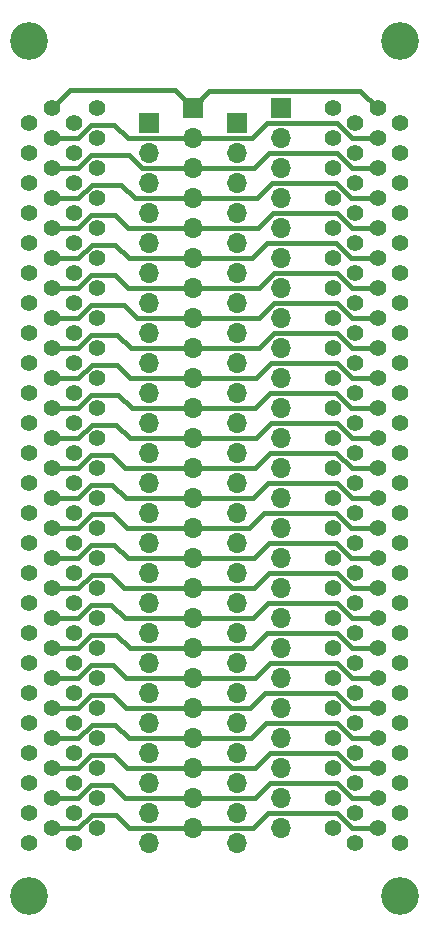
<source format=gbr>
G04 #@! TF.FileFunction,Copper,L2,Inr,Signal*
%FSLAX46Y46*%
G04 Gerber Fmt 4.6, Leading zero omitted, Abs format (unit mm)*
G04 Created by KiCad (PCBNEW 4.0.7-e2-6376~61~ubuntu18.04.1) date Tue Sep  1 21:44:29 2020*
%MOMM*%
%LPD*%
G01*
G04 APERTURE LIST*
%ADD10C,0.100000*%
%ADD11C,1.400000*%
%ADD12C,3.200000*%
%ADD13R,1.700000X1.700000*%
%ADD14O,1.700000X1.700000*%
%ADD15C,0.400000*%
G04 APERTURE END LIST*
D10*
D11*
X190760000Y-128485000D03*
X190760000Y-125945000D03*
X190760000Y-123405000D03*
X190760000Y-120865000D03*
X190760000Y-118325000D03*
X190760000Y-115785000D03*
X190760000Y-113245000D03*
X190760000Y-110705000D03*
X190760000Y-108165000D03*
X190760000Y-105625000D03*
X190760000Y-103085000D03*
X190760000Y-100545000D03*
X190760000Y-98005000D03*
X190760000Y-95465000D03*
X190760000Y-92925000D03*
X190760000Y-90385000D03*
X190760000Y-87845000D03*
X190760000Y-85305000D03*
X190760000Y-82765000D03*
X190760000Y-80225000D03*
X190760000Y-77685000D03*
X190760000Y-75145000D03*
X190760000Y-72605000D03*
X190760000Y-70065000D03*
X190760000Y-67525000D03*
X188855000Y-129755000D03*
X188855000Y-127215000D03*
X188855000Y-124675000D03*
X188855000Y-122135000D03*
X188855000Y-119595000D03*
X188855000Y-117055000D03*
X188855000Y-114515000D03*
X188855000Y-111975000D03*
X188855000Y-109435000D03*
X188855000Y-106895000D03*
X188855000Y-104355000D03*
X188855000Y-101815000D03*
X188855000Y-99275000D03*
X188855000Y-96735000D03*
X188855000Y-94195000D03*
X188855000Y-91655000D03*
X188855000Y-89115000D03*
X188855000Y-86575000D03*
X188855000Y-84035000D03*
X188855000Y-81495000D03*
X188855000Y-78955000D03*
X188855000Y-76415000D03*
X188855000Y-73875000D03*
X188855000Y-71335000D03*
X188855000Y-68795000D03*
X186950000Y-128485000D03*
X186950000Y-125945000D03*
X186950000Y-123405000D03*
X186950000Y-120865000D03*
X186950000Y-118325000D03*
X186950000Y-115785000D03*
X186950000Y-113245000D03*
X186950000Y-110705000D03*
X186950000Y-108165000D03*
X186950000Y-105625000D03*
X186950000Y-103085000D03*
X186950000Y-100545000D03*
X186950000Y-98005000D03*
X186950000Y-95465000D03*
X186950000Y-92925000D03*
X186950000Y-90385000D03*
X186950000Y-87845000D03*
X186950000Y-85305000D03*
X186950000Y-82765000D03*
X186950000Y-80225000D03*
X186950000Y-77685000D03*
X186950000Y-75145000D03*
X186950000Y-72605000D03*
X186950000Y-70065000D03*
X186950000Y-67525000D03*
X192665000Y-129755000D03*
X192665000Y-127215000D03*
X192665000Y-124675000D03*
X192665000Y-122135000D03*
X192665000Y-119595000D03*
X192665000Y-117055000D03*
X192665000Y-114515000D03*
X192665000Y-111975000D03*
X192665000Y-109435000D03*
X192665000Y-106895000D03*
X192665000Y-104355000D03*
X192665000Y-101815000D03*
X192665000Y-99275000D03*
X192665000Y-96735000D03*
X192665000Y-94195000D03*
X192665000Y-91655000D03*
X192665000Y-89115000D03*
X192665000Y-86575000D03*
X192665000Y-84035000D03*
X192665000Y-81495000D03*
X192665000Y-78955000D03*
X192665000Y-76415000D03*
X192665000Y-73875000D03*
X192665000Y-71335000D03*
X192665000Y-68795000D03*
D12*
X192665000Y-61810000D03*
X192665000Y-134200000D03*
D11*
X163140000Y-128485000D03*
X163140000Y-125945000D03*
X163140000Y-123405000D03*
X163140000Y-120865000D03*
X163140000Y-118325000D03*
X163140000Y-115785000D03*
X163140000Y-113245000D03*
X163140000Y-110705000D03*
X163140000Y-108165000D03*
X163140000Y-105625000D03*
X163140000Y-103085000D03*
X163140000Y-100545000D03*
X163140000Y-98005000D03*
X163140000Y-95465000D03*
X163140000Y-92925000D03*
X163140000Y-90385000D03*
X163140000Y-87845000D03*
X163140000Y-85305000D03*
X163140000Y-82765000D03*
X163140000Y-80225000D03*
X163140000Y-77685000D03*
X163140000Y-75145000D03*
X163140000Y-72605000D03*
X163140000Y-70065000D03*
X163140000Y-67525000D03*
X165045000Y-129755000D03*
X165045000Y-127215000D03*
X165045000Y-124675000D03*
X165045000Y-122135000D03*
X165045000Y-119595000D03*
X165045000Y-117055000D03*
X165045000Y-114515000D03*
X165045000Y-111975000D03*
X165045000Y-109435000D03*
X165045000Y-106895000D03*
X165045000Y-104355000D03*
X165045000Y-101815000D03*
X165045000Y-99275000D03*
X165045000Y-96735000D03*
X165045000Y-94195000D03*
X165045000Y-91655000D03*
X165045000Y-89115000D03*
X165045000Y-86575000D03*
X165045000Y-84035000D03*
X165045000Y-81495000D03*
X165045000Y-78955000D03*
X165045000Y-76415000D03*
X165045000Y-73875000D03*
X165045000Y-71335000D03*
X165045000Y-68795000D03*
X166950000Y-128485000D03*
X166950000Y-125945000D03*
X166950000Y-123405000D03*
X166950000Y-120865000D03*
X166950000Y-118325000D03*
X166950000Y-115785000D03*
X166950000Y-113245000D03*
X166950000Y-110705000D03*
X166950000Y-108165000D03*
X166950000Y-105625000D03*
X166950000Y-103085000D03*
X166950000Y-100545000D03*
X166950000Y-98005000D03*
X166950000Y-95465000D03*
X166950000Y-92925000D03*
X166950000Y-90385000D03*
X166950000Y-87845000D03*
X166950000Y-85305000D03*
X166950000Y-82765000D03*
X166950000Y-80225000D03*
X166950000Y-77685000D03*
X166950000Y-75145000D03*
X166950000Y-72605000D03*
X166950000Y-70065000D03*
X166950000Y-67525000D03*
X161235000Y-129755000D03*
X161235000Y-127215000D03*
X161235000Y-124675000D03*
X161235000Y-122135000D03*
X161235000Y-119595000D03*
X161235000Y-117055000D03*
X161235000Y-114515000D03*
X161235000Y-111975000D03*
X161235000Y-109435000D03*
X161235000Y-106895000D03*
X161235000Y-104355000D03*
X161235000Y-101815000D03*
X161235000Y-99275000D03*
X161235000Y-96735000D03*
X161235000Y-94195000D03*
X161235000Y-91655000D03*
X161235000Y-89115000D03*
X161235000Y-86575000D03*
X161235000Y-84035000D03*
X161235000Y-81495000D03*
X161235000Y-78955000D03*
X161235000Y-76415000D03*
X161235000Y-73875000D03*
X161235000Y-71335000D03*
X161235000Y-68795000D03*
D12*
X161235000Y-61810000D03*
X161235000Y-134200000D03*
D13*
X175075000Y-67525000D03*
D14*
X175075000Y-70065000D03*
X175075000Y-72605000D03*
X175075000Y-75145000D03*
X175075000Y-77685000D03*
X175075000Y-80225000D03*
X175075000Y-82765000D03*
X175075000Y-85305000D03*
X175075000Y-87845000D03*
X175075000Y-90385000D03*
X175075000Y-92925000D03*
X175075000Y-95465000D03*
X175075000Y-98005000D03*
X175075000Y-100545000D03*
X175075000Y-103085000D03*
X175075000Y-105625000D03*
X175075000Y-108165000D03*
X175075000Y-110705000D03*
X175075000Y-113245000D03*
X175075000Y-115785000D03*
X175075000Y-118325000D03*
X175075000Y-120865000D03*
X175075000Y-123405000D03*
X175075000Y-125945000D03*
X175075000Y-128485000D03*
D13*
X182525000Y-67525000D03*
D14*
X182525000Y-70065000D03*
X182525000Y-72605000D03*
X182525000Y-75145000D03*
X182525000Y-77685000D03*
X182525000Y-80225000D03*
X182525000Y-82765000D03*
X182525000Y-85305000D03*
X182525000Y-87845000D03*
X182525000Y-90385000D03*
X182525000Y-92925000D03*
X182525000Y-95465000D03*
X182525000Y-98005000D03*
X182525000Y-100545000D03*
X182525000Y-103085000D03*
X182525000Y-105625000D03*
X182525000Y-108165000D03*
X182525000Y-110705000D03*
X182525000Y-113245000D03*
X182525000Y-115785000D03*
X182525000Y-118325000D03*
X182525000Y-120865000D03*
X182525000Y-123405000D03*
X182525000Y-125945000D03*
X182525000Y-128485000D03*
D13*
X171350000Y-68800000D03*
D14*
X171350000Y-71340000D03*
X171350000Y-73880000D03*
X171350000Y-76420000D03*
X171350000Y-78960000D03*
X171350000Y-81500000D03*
X171350000Y-84040000D03*
X171350000Y-86580000D03*
X171350000Y-89120000D03*
X171350000Y-91660000D03*
X171350000Y-94200000D03*
X171350000Y-96740000D03*
X171350000Y-99280000D03*
X171350000Y-101820000D03*
X171350000Y-104360000D03*
X171350000Y-106900000D03*
X171350000Y-109440000D03*
X171350000Y-111980000D03*
X171350000Y-114520000D03*
X171350000Y-117060000D03*
X171350000Y-119600000D03*
X171350000Y-122140000D03*
X171350000Y-124680000D03*
X171350000Y-127220000D03*
X171350000Y-129760000D03*
D13*
X178800000Y-68800000D03*
D14*
X178800000Y-71340000D03*
X178800000Y-73880000D03*
X178800000Y-76420000D03*
X178800000Y-78960000D03*
X178800000Y-81500000D03*
X178800000Y-84040000D03*
X178800000Y-86580000D03*
X178800000Y-89120000D03*
X178800000Y-91660000D03*
X178800000Y-94200000D03*
X178800000Y-96740000D03*
X178800000Y-99280000D03*
X178800000Y-101820000D03*
X178800000Y-104360000D03*
X178800000Y-106900000D03*
X178800000Y-109440000D03*
X178800000Y-111980000D03*
X178800000Y-114520000D03*
X178800000Y-117060000D03*
X178800000Y-119600000D03*
X178800000Y-122140000D03*
X178800000Y-124680000D03*
X178800000Y-127220000D03*
X178800000Y-129760000D03*
D15*
X175075000Y-128485000D02*
X180165000Y-128485000D01*
X188560000Y-128485000D02*
X190760000Y-128485000D01*
X187275000Y-127200000D02*
X188560000Y-128485000D01*
X181450000Y-127200000D02*
X187275000Y-127200000D01*
X180165000Y-128485000D02*
X181450000Y-127200000D01*
X163140000Y-128485000D02*
X165365000Y-128485000D01*
X169710000Y-128485000D02*
X175075000Y-128485000D01*
X168550000Y-127325000D02*
X169710000Y-128485000D01*
X166525000Y-127325000D02*
X168550000Y-127325000D01*
X165365000Y-128485000D02*
X166525000Y-127325000D01*
X175075000Y-125945000D02*
X180330000Y-125945000D01*
X188545000Y-125945000D02*
X190760000Y-125945000D01*
X187275000Y-124675000D02*
X188545000Y-125945000D01*
X181600000Y-124675000D02*
X187275000Y-124675000D01*
X180330000Y-125945000D02*
X181600000Y-124675000D01*
X163140000Y-125945000D02*
X165355000Y-125945000D01*
X169370000Y-125945000D02*
X175075000Y-125945000D01*
X168225000Y-124800000D02*
X169370000Y-125945000D01*
X166500000Y-124800000D02*
X168225000Y-124800000D01*
X165355000Y-125945000D02*
X166500000Y-124800000D01*
X175075000Y-123405000D02*
X180345000Y-123405000D01*
X188555000Y-123405000D02*
X190760000Y-123405000D01*
X187275000Y-122125000D02*
X188555000Y-123405000D01*
X181625000Y-122125000D02*
X187275000Y-122125000D01*
X180345000Y-123405000D02*
X181625000Y-122125000D01*
X163140000Y-123405000D02*
X165370000Y-123405000D01*
X169530000Y-123405000D02*
X175075000Y-123405000D01*
X168400000Y-122275000D02*
X169530000Y-123405000D01*
X166500000Y-122275000D02*
X168400000Y-122275000D01*
X165370000Y-123405000D02*
X166500000Y-122275000D01*
X175075000Y-120865000D02*
X180035000Y-120865000D01*
X188540000Y-120865000D02*
X190760000Y-120865000D01*
X187275000Y-119600000D02*
X188540000Y-120865000D01*
X181300000Y-119600000D02*
X187275000Y-119600000D01*
X180035000Y-120865000D02*
X181300000Y-119600000D01*
X163140000Y-120865000D02*
X165385000Y-120865000D01*
X169665000Y-120865000D02*
X175075000Y-120865000D01*
X168525000Y-119725000D02*
X169665000Y-120865000D01*
X166525000Y-119725000D02*
X168525000Y-119725000D01*
X165385000Y-120865000D02*
X166525000Y-119725000D01*
X175075000Y-118325000D02*
X179925000Y-118325000D01*
X188525000Y-118325000D02*
X190760000Y-118325000D01*
X187250000Y-117050000D02*
X188525000Y-118325000D01*
X181200000Y-117050000D02*
X187250000Y-117050000D01*
X179925000Y-118325000D02*
X181200000Y-117050000D01*
X163140000Y-118325000D02*
X165375000Y-118325000D01*
X169425000Y-118325000D02*
X175075000Y-118325000D01*
X168300000Y-117200000D02*
X169425000Y-118325000D01*
X166500000Y-117200000D02*
X168300000Y-117200000D01*
X165375000Y-118325000D02*
X166500000Y-117200000D01*
X175075000Y-115785000D02*
X180365000Y-115785000D01*
X188560000Y-115785000D02*
X190760000Y-115785000D01*
X187275000Y-114500000D02*
X188560000Y-115785000D01*
X181650000Y-114500000D02*
X187275000Y-114500000D01*
X180365000Y-115785000D02*
X181650000Y-114500000D01*
X163140000Y-115785000D02*
X165365000Y-115785000D01*
X169460000Y-115785000D02*
X175075000Y-115785000D01*
X168325000Y-114650000D02*
X169460000Y-115785000D01*
X166500000Y-114650000D02*
X168325000Y-114650000D01*
X165365000Y-115785000D02*
X166500000Y-114650000D01*
X175075000Y-113245000D02*
X180130000Y-113245000D01*
X188545000Y-113245000D02*
X190760000Y-113245000D01*
X187275000Y-111975000D02*
X188545000Y-113245000D01*
X181400000Y-111975000D02*
X187275000Y-111975000D01*
X180130000Y-113245000D02*
X181400000Y-111975000D01*
X163140000Y-113245000D02*
X165355000Y-113245000D01*
X169745000Y-113245000D02*
X175075000Y-113245000D01*
X168625000Y-112125000D02*
X169745000Y-113245000D01*
X166475000Y-112125000D02*
X168625000Y-112125000D01*
X165355000Y-113245000D02*
X166475000Y-112125000D01*
X175075000Y-110705000D02*
X180220000Y-110705000D01*
X188530000Y-110705000D02*
X190760000Y-110705000D01*
X187275000Y-109450000D02*
X188530000Y-110705000D01*
X181475000Y-109450000D02*
X187275000Y-109450000D01*
X180220000Y-110705000D02*
X181475000Y-109450000D01*
X163140000Y-110705000D02*
X165345000Y-110705000D01*
X169330000Y-110705000D02*
X175075000Y-110705000D01*
X168200000Y-109575000D02*
X169330000Y-110705000D01*
X166475000Y-109575000D02*
X168200000Y-109575000D01*
X165345000Y-110705000D02*
X166475000Y-109575000D01*
X175075000Y-108165000D02*
X180285000Y-108165000D01*
X188540000Y-108165000D02*
X190760000Y-108165000D01*
X187275000Y-106900000D02*
X188540000Y-108165000D01*
X181550000Y-106900000D02*
X187275000Y-106900000D01*
X180285000Y-108165000D02*
X181550000Y-106900000D01*
X163140000Y-108165000D02*
X165385000Y-108165000D01*
X169265000Y-108165000D02*
X175075000Y-108165000D01*
X168125000Y-107025000D02*
X169265000Y-108165000D01*
X166525000Y-107025000D02*
X168125000Y-107025000D01*
X165385000Y-108165000D02*
X166525000Y-107025000D01*
X175075000Y-105625000D02*
X180250000Y-105625000D01*
X188525000Y-105625000D02*
X190760000Y-105625000D01*
X187250000Y-104350000D02*
X188525000Y-105625000D01*
X181525000Y-104350000D02*
X187250000Y-104350000D01*
X180250000Y-105625000D02*
X181525000Y-104350000D01*
X163140000Y-105625000D02*
X165375000Y-105625000D01*
X169575000Y-105625000D02*
X175075000Y-105625000D01*
X168450000Y-104500000D02*
X169575000Y-105625000D01*
X166500000Y-104500000D02*
X168450000Y-104500000D01*
X165375000Y-105625000D02*
X166500000Y-104500000D01*
X175075000Y-103085000D02*
X179890000Y-103085000D01*
X188510000Y-103085000D02*
X190760000Y-103085000D01*
X187250000Y-101825000D02*
X188510000Y-103085000D01*
X181150000Y-101825000D02*
X187250000Y-101825000D01*
X179890000Y-103085000D02*
X181150000Y-101825000D01*
X163140000Y-103085000D02*
X165365000Y-103085000D01*
X169560000Y-103085000D02*
X175075000Y-103085000D01*
X168350000Y-101875000D02*
X169560000Y-103085000D01*
X166575000Y-101875000D02*
X168350000Y-101875000D01*
X165365000Y-103085000D02*
X166575000Y-101875000D01*
X175075000Y-100545000D02*
X180180000Y-100545000D01*
X188545000Y-100545000D02*
X190760000Y-100545000D01*
X187275000Y-99275000D02*
X188545000Y-100545000D01*
X181450000Y-99275000D02*
X187275000Y-99275000D01*
X180180000Y-100545000D02*
X181450000Y-99275000D01*
X163140000Y-100545000D02*
X165355000Y-100545000D01*
X169420000Y-100545000D02*
X175075000Y-100545000D01*
X168275000Y-99400000D02*
X169420000Y-100545000D01*
X166500000Y-99400000D02*
X168275000Y-99400000D01*
X165355000Y-100545000D02*
X166500000Y-99400000D01*
X175075000Y-98005000D02*
X180345000Y-98005000D01*
X188530000Y-98005000D02*
X190760000Y-98005000D01*
X187250000Y-96725000D02*
X188530000Y-98005000D01*
X181625000Y-96725000D02*
X187250000Y-96725000D01*
X180345000Y-98005000D02*
X181625000Y-96725000D01*
X163140000Y-98005000D02*
X165370000Y-98005000D01*
X169330000Y-98005000D02*
X175075000Y-98005000D01*
X168225000Y-96900000D02*
X169330000Y-98005000D01*
X166475000Y-96900000D02*
X168225000Y-96900000D01*
X165370000Y-98005000D02*
X166475000Y-96900000D01*
X175075000Y-95465000D02*
X180460000Y-95465000D01*
X188540000Y-95465000D02*
X190760000Y-95465000D01*
X187275000Y-94200000D02*
X188540000Y-95465000D01*
X181725000Y-94200000D02*
X187275000Y-94200000D01*
X180460000Y-95465000D02*
X181725000Y-94200000D01*
X163140000Y-95465000D02*
X165385000Y-95465000D01*
X169790000Y-95465000D02*
X175075000Y-95465000D01*
X168625000Y-94300000D02*
X169790000Y-95465000D01*
X166550000Y-94300000D02*
X168625000Y-94300000D01*
X165385000Y-95465000D02*
X166550000Y-94300000D01*
X175075000Y-92925000D02*
X180375000Y-92925000D01*
X188525000Y-92925000D02*
X190760000Y-92925000D01*
X187250000Y-91650000D02*
X188525000Y-92925000D01*
X181650000Y-91650000D02*
X187250000Y-91650000D01*
X180375000Y-92925000D02*
X181650000Y-91650000D01*
X163140000Y-92925000D02*
X165350000Y-92925000D01*
X169925000Y-92925000D02*
X175075000Y-92925000D01*
X168800000Y-91800000D02*
X169925000Y-92925000D01*
X166475000Y-91800000D02*
X168800000Y-91800000D01*
X165350000Y-92925000D02*
X166475000Y-91800000D01*
X175075000Y-90385000D02*
X180440000Y-90385000D01*
X188560000Y-90385000D02*
X190760000Y-90385000D01*
X187275000Y-89100000D02*
X188560000Y-90385000D01*
X181725000Y-89100000D02*
X187275000Y-89100000D01*
X180440000Y-90385000D02*
X181725000Y-89100000D01*
X163140000Y-90385000D02*
X165390000Y-90385000D01*
X169810000Y-90385000D02*
X175075000Y-90385000D01*
X168675000Y-89250000D02*
X169810000Y-90385000D01*
X166525000Y-89250000D02*
X168675000Y-89250000D01*
X165390000Y-90385000D02*
X166525000Y-89250000D01*
X175075000Y-87845000D02*
X180730000Y-87845000D01*
X188545000Y-87845000D02*
X190760000Y-87845000D01*
X187275000Y-86575000D02*
X188545000Y-87845000D01*
X182000000Y-86575000D02*
X187275000Y-86575000D01*
X180730000Y-87845000D02*
X182000000Y-86575000D01*
X163140000Y-87845000D02*
X165355000Y-87845000D01*
X169820000Y-87845000D02*
X175075000Y-87845000D01*
X168675000Y-86700000D02*
X169820000Y-87845000D01*
X166500000Y-86700000D02*
X168675000Y-86700000D01*
X165355000Y-87845000D02*
X166500000Y-86700000D01*
X175075000Y-85305000D02*
X180720000Y-85305000D01*
X188555000Y-85305000D02*
X190760000Y-85305000D01*
X187300000Y-84050000D02*
X188555000Y-85305000D01*
X181975000Y-84050000D02*
X187300000Y-84050000D01*
X180720000Y-85305000D02*
X181975000Y-84050000D01*
X163140000Y-85305000D02*
X165370000Y-85305000D01*
X170405000Y-85305000D02*
X175075000Y-85305000D01*
X169300000Y-84200000D02*
X170405000Y-85305000D01*
X166475000Y-84200000D02*
X169300000Y-84200000D01*
X165370000Y-85305000D02*
X166475000Y-84200000D01*
X175075000Y-82765000D02*
X180685000Y-82765000D01*
X188540000Y-82765000D02*
X190760000Y-82765000D01*
X187275000Y-81500000D02*
X188540000Y-82765000D01*
X181950000Y-81500000D02*
X187275000Y-81500000D01*
X180685000Y-82765000D02*
X181950000Y-81500000D01*
X163140000Y-82765000D02*
X165385000Y-82765000D01*
X169615000Y-82765000D02*
X175075000Y-82765000D01*
X168500000Y-81650000D02*
X169615000Y-82765000D01*
X166500000Y-81650000D02*
X168500000Y-81650000D01*
X165385000Y-82765000D02*
X166500000Y-81650000D01*
X175075000Y-80225000D02*
X180075000Y-80225000D01*
X188525000Y-80225000D02*
X190760000Y-80225000D01*
X187250000Y-78950000D02*
X188525000Y-80225000D01*
X181350000Y-78950000D02*
X187250000Y-78950000D01*
X180075000Y-80225000D02*
X181350000Y-78950000D01*
X163140000Y-80225000D02*
X165375000Y-80225000D01*
X169650000Y-80225000D02*
X175075000Y-80225000D01*
X168500000Y-79075000D02*
X169650000Y-80225000D01*
X166525000Y-79075000D02*
X168500000Y-79075000D01*
X165375000Y-80225000D02*
X166525000Y-79075000D01*
X175075000Y-77685000D02*
X180590000Y-77685000D01*
X188560000Y-77685000D02*
X190760000Y-77685000D01*
X187275000Y-76400000D02*
X188560000Y-77685000D01*
X181875000Y-76400000D02*
X187275000Y-76400000D01*
X180590000Y-77685000D02*
X181875000Y-76400000D01*
X163140000Y-77685000D02*
X165390000Y-77685000D01*
X169610000Y-77685000D02*
X175075000Y-77685000D01*
X168500000Y-76575000D02*
X169610000Y-77685000D01*
X166500000Y-76575000D02*
X168500000Y-76575000D01*
X165390000Y-77685000D02*
X166500000Y-76575000D01*
X175075000Y-75145000D02*
X180505000Y-75145000D01*
X188520000Y-75145000D02*
X190760000Y-75145000D01*
X187250000Y-73875000D02*
X188520000Y-75145000D01*
X181775000Y-73875000D02*
X187250000Y-73875000D01*
X180505000Y-75145000D02*
X181775000Y-73875000D01*
X163140000Y-75145000D02*
X165380000Y-75145000D01*
X170195000Y-75145000D02*
X175075000Y-75145000D01*
X169050000Y-74000000D02*
X170195000Y-75145000D01*
X166525000Y-74000000D02*
X169050000Y-74000000D01*
X165380000Y-75145000D02*
X166525000Y-74000000D01*
X175075000Y-72605000D02*
X180270000Y-72605000D01*
X188530000Y-72605000D02*
X190760000Y-72605000D01*
X187275000Y-71350000D02*
X188530000Y-72605000D01*
X181525000Y-71350000D02*
X187275000Y-71350000D01*
X180270000Y-72605000D02*
X181525000Y-71350000D01*
X163140000Y-72605000D02*
X165345000Y-72605000D01*
X170780000Y-72605000D02*
X175075000Y-72605000D01*
X169650000Y-71475000D02*
X170780000Y-72605000D01*
X166475000Y-71475000D02*
X169650000Y-71475000D01*
X165345000Y-72605000D02*
X166475000Y-71475000D01*
X175075000Y-70065000D02*
X180085000Y-70065000D01*
X188540000Y-70065000D02*
X190760000Y-70065000D01*
X187275000Y-68800000D02*
X188540000Y-70065000D01*
X181350000Y-68800000D02*
X187275000Y-68800000D01*
X180085000Y-70065000D02*
X181350000Y-68800000D01*
X163140000Y-70065000D02*
X165360000Y-70065000D01*
X169590000Y-70065000D02*
X175075000Y-70065000D01*
X168450000Y-68925000D02*
X169590000Y-70065000D01*
X166500000Y-68925000D02*
X168450000Y-68925000D01*
X165360000Y-70065000D02*
X166500000Y-68925000D01*
X175075000Y-67500000D02*
X175075000Y-67475000D01*
X175075000Y-67475000D02*
X176500000Y-66050000D01*
X189285000Y-66050000D02*
X190760000Y-67525000D01*
X176500000Y-66050000D02*
X189285000Y-66050000D01*
X163140000Y-67525000D02*
X163150000Y-67525000D01*
X163150000Y-67525000D02*
X164675000Y-66000000D01*
X164675000Y-66000000D02*
X173575000Y-66000000D01*
X173575000Y-66000000D02*
X175075000Y-67500000D01*
M02*

</source>
